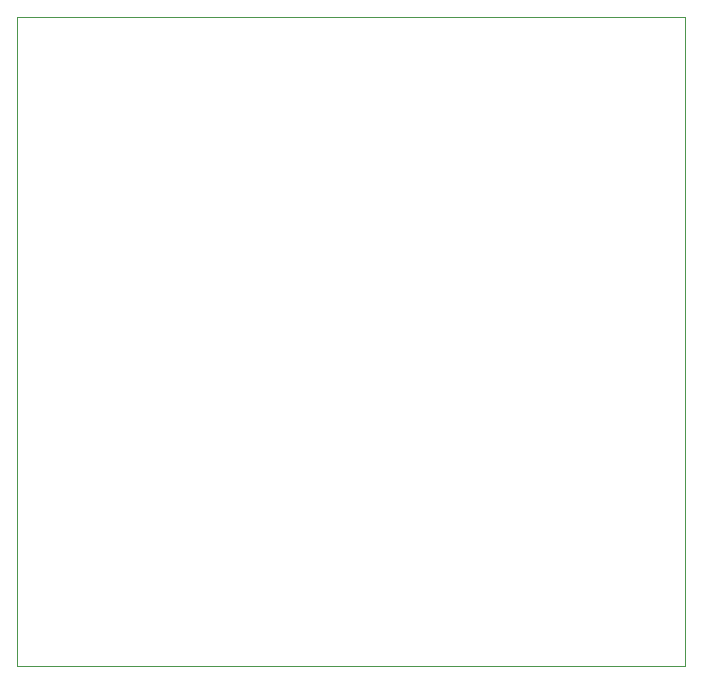
<source format=gm1>
G04 #@! TF.GenerationSoftware,KiCad,Pcbnew,5.1.5-52549c5~86~ubuntu18.04.1*
G04 #@! TF.CreationDate,2020-04-10T21:43:27+02:00*
G04 #@! TF.ProjectId,Telemetry,54656c65-6d65-4747-9279-2e6b69636164,rev?*
G04 #@! TF.SameCoordinates,Original*
G04 #@! TF.FileFunction,Profile,NP*
%FSLAX46Y46*%
G04 Gerber Fmt 4.6, Leading zero omitted, Abs format (unit mm)*
G04 Created by KiCad (PCBNEW 5.1.5-52549c5~86~ubuntu18.04.1) date 2020-04-10 21:43:27*
%MOMM*%
%LPD*%
G04 APERTURE LIST*
%ADD10C,0.100000*%
G04 APERTURE END LIST*
D10*
X160000000Y-100000000D02*
X160000000Y-155000000D01*
X103500000Y-100000000D02*
X160000000Y-100000000D01*
X103500000Y-155000000D02*
X103500000Y-100000000D01*
X160000000Y-155000000D02*
X103500000Y-155000000D01*
M02*

</source>
